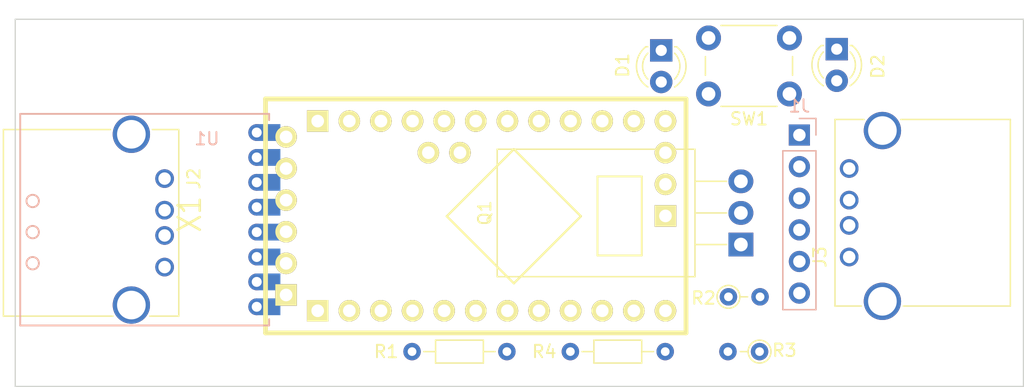
<source format=kicad_pcb>
(kicad_pcb (version 20171130) (host pcbnew "(5.1.5-0-10_14)")

  (general
    (thickness 1.6)
    (drawings 4)
    (tracks 0)
    (zones 0)
    (modules 13)
    (nets 42)
  )

  (page A4)
  (layers
    (0 F.Cu signal)
    (31 B.Cu signal)
    (32 B.Adhes user)
    (33 F.Adhes user)
    (34 B.Paste user)
    (35 F.Paste user)
    (36 B.SilkS user)
    (37 F.SilkS user)
    (38 B.Mask user)
    (39 F.Mask user)
    (40 Dwgs.User user)
    (41 Cmts.User user)
    (42 Eco1.User user)
    (43 Eco2.User user)
    (44 Edge.Cuts user)
    (45 Margin user)
    (46 B.CrtYd user)
    (47 F.CrtYd user)
    (48 B.Fab user)
    (49 F.Fab user)
  )

  (setup
    (last_trace_width 0.25)
    (trace_clearance 0.2)
    (zone_clearance 0.508)
    (zone_45_only no)
    (trace_min 0.2)
    (via_size 0.8)
    (via_drill 0.4)
    (via_min_size 0.4)
    (via_min_drill 0.3)
    (uvia_size 0.3)
    (uvia_drill 0.1)
    (uvias_allowed no)
    (uvia_min_size 0.2)
    (uvia_min_drill 0.1)
    (edge_width 0.05)
    (segment_width 0.2)
    (pcb_text_width 0.3)
    (pcb_text_size 1.5 1.5)
    (mod_edge_width 0.12)
    (mod_text_size 1 1)
    (mod_text_width 0.15)
    (pad_size 1.524 1.524)
    (pad_drill 0.762)
    (pad_to_mask_clearance 0.051)
    (solder_mask_min_width 0.25)
    (aux_axis_origin 0 0)
    (visible_elements FFFFFF7F)
    (pcbplotparams
      (layerselection 0x010fc_ffffffff)
      (usegerberextensions false)
      (usegerberattributes false)
      (usegerberadvancedattributes false)
      (creategerberjobfile false)
      (excludeedgelayer true)
      (linewidth 0.100000)
      (plotframeref false)
      (viasonmask false)
      (mode 1)
      (useauxorigin false)
      (hpglpennumber 1)
      (hpglpenspeed 20)
      (hpglpendiameter 15.000000)
      (psnegative false)
      (psa4output false)
      (plotreference true)
      (plotvalue true)
      (plotinvisibletext false)
      (padsonsilk false)
      (subtractmaskfromsilk false)
      (outputformat 1)
      (mirror false)
      (drillshape 1)
      (scaleselection 1)
      (outputdirectory ""))
  )

  (net 0 "")
  (net 1 "Net-(X1-Pad3B)")
  (net 2 "Net-(X1-Pad2B)")
  (net 3 "Net-(X1-Pad6C)")
  (net 4 "Net-(X1-Pad5C)")
  (net 5 "Net-(X1-Pad4C)")
  (net 6 "Net-(X1-Pad3C)")
  (net 7 "Net-(X1-Pad2C)")
  (net 8 "Net-(X1-Pad1C)")
  (net 9 "Net-(X1-Pad6A)")
  (net 10 "Net-(X1-Pad5A)")
  (net 11 "Net-(X1-Pad7A)")
  (net 12 "Net-(X1-Pad8A)")
  (net 13 "Net-(X1-Pad3A)")
  (net 14 "Net-(X1-Pad2D)")
  (net 15 "Net-(X1-Pad1D)")
  (net 16 "Net-(X1-Pad3D)")
  (net 17 "Net-(X1-Pad8D)")
  (net 18 "Net-(X1-Pad6D)")
  (net 19 "Net-(X1-Pad10D)")
  (net 20 "Net-(X1-Pad12D)")
  (net 21 "Net-(J2-Pad3)")
  (net 22 "Net-(J2-Pad2)")
  (net 23 "Net-(D1-Pad2)")
  (net 24 GND)
  (net 25 +5V)
  (net 26 FET_S)
  (net 27 SDA)
  (net 28 SCL)
  (net 29 +3V3)
  (net 30 FET_D)
  (net 31 FET_G)
  (net 32 "Net-(SW1-Pad1)")
  (net 33 CS)
  (net 34 MOSI)
  (net 35 SCK)
  (net 36 MISO)
  (net 37 "Net-(U1-Pad6)")
  (net 38 GDO0)
  (net 39 "Net-(D2-Pad2)")
  (net 40 "Net-(R1-Pad1)")
  (net 41 "Net-(Q1-Pad1)")

  (net_class Default "Dies ist die voreingestellte Netzklasse."
    (clearance 0.2)
    (trace_width 0.25)
    (via_dia 0.8)
    (via_drill 0.4)
    (uvia_dia 0.3)
    (uvia_drill 0.1)
    (add_net +3V3)
    (add_net CS)
    (add_net FET_G)
    (add_net GDO0)
    (add_net GND)
    (add_net MISO)
    (add_net MOSI)
    (add_net "Net-(D1-Pad2)")
    (add_net "Net-(D2-Pad2)")
    (add_net "Net-(J2-Pad2)")
    (add_net "Net-(J2-Pad3)")
    (add_net "Net-(Q1-Pad1)")
    (add_net "Net-(R1-Pad1)")
    (add_net "Net-(SW1-Pad1)")
    (add_net "Net-(U1-Pad6)")
    (add_net "Net-(X1-Pad10D)")
    (add_net "Net-(X1-Pad12D)")
    (add_net "Net-(X1-Pad1C)")
    (add_net "Net-(X1-Pad1D)")
    (add_net "Net-(X1-Pad2B)")
    (add_net "Net-(X1-Pad2C)")
    (add_net "Net-(X1-Pad2D)")
    (add_net "Net-(X1-Pad3A)")
    (add_net "Net-(X1-Pad3B)")
    (add_net "Net-(X1-Pad3C)")
    (add_net "Net-(X1-Pad3D)")
    (add_net "Net-(X1-Pad4C)")
    (add_net "Net-(X1-Pad5A)")
    (add_net "Net-(X1-Pad5C)")
    (add_net "Net-(X1-Pad6A)")
    (add_net "Net-(X1-Pad6C)")
    (add_net "Net-(X1-Pad6D)")
    (add_net "Net-(X1-Pad7A)")
    (add_net "Net-(X1-Pad8A)")
    (add_net "Net-(X1-Pad8D)")
    (add_net SCK)
    (add_net SCL)
    (add_net SDA)
  )

  (net_class 0.4 ""
    (clearance 0.2)
    (trace_width 0.4)
    (via_dia 0.8)
    (via_drill 0.4)
    (uvia_dia 0.3)
    (uvia_drill 0.1)
    (add_net +5V)
    (add_net FET_D)
    (add_net FET_S)
  )

  (module Resistor_THT:R_Axial_DIN0204_L3.6mm_D1.6mm_P7.62mm_Horizontal (layer F.Cu) (tedit 5AE5139B) (tstamp 6047B76C)
    (at 66.6 93.6)
    (descr "Resistor, Axial_DIN0204 series, Axial, Horizontal, pin pitch=7.62mm, 0.167W, length*diameter=3.6*1.6mm^2, http://cdn-reichelt.de/documents/datenblatt/B400/1_4W%23YAG.pdf")
    (tags "Resistor Axial_DIN0204 series Axial Horizontal pin pitch 7.62mm 0.167W length 3.6mm diameter 1.6mm")
    (path /60472763)
    (fp_text reference R4 (at -2.1 0) (layer F.SilkS)
      (effects (font (size 1 1) (thickness 0.15)))
    )
    (fp_text value 330 (at 3.81 1.92) (layer F.Fab)
      (effects (font (size 1 1) (thickness 0.15)))
    )
    (fp_text user %R (at 3.81 0) (layer F.Fab)
      (effects (font (size 0.72 0.72) (thickness 0.108)))
    )
    (fp_line (start 8.57 -1.05) (end -0.95 -1.05) (layer F.CrtYd) (width 0.05))
    (fp_line (start 8.57 1.05) (end 8.57 -1.05) (layer F.CrtYd) (width 0.05))
    (fp_line (start -0.95 1.05) (end 8.57 1.05) (layer F.CrtYd) (width 0.05))
    (fp_line (start -0.95 -1.05) (end -0.95 1.05) (layer F.CrtYd) (width 0.05))
    (fp_line (start 6.68 0) (end 5.73 0) (layer F.SilkS) (width 0.12))
    (fp_line (start 0.94 0) (end 1.89 0) (layer F.SilkS) (width 0.12))
    (fp_line (start 5.73 -0.92) (end 1.89 -0.92) (layer F.SilkS) (width 0.12))
    (fp_line (start 5.73 0.92) (end 5.73 -0.92) (layer F.SilkS) (width 0.12))
    (fp_line (start 1.89 0.92) (end 5.73 0.92) (layer F.SilkS) (width 0.12))
    (fp_line (start 1.89 -0.92) (end 1.89 0.92) (layer F.SilkS) (width 0.12))
    (fp_line (start 7.62 0) (end 5.61 0) (layer F.Fab) (width 0.1))
    (fp_line (start 0 0) (end 2.01 0) (layer F.Fab) (width 0.1))
    (fp_line (start 5.61 -0.8) (end 2.01 -0.8) (layer F.Fab) (width 0.1))
    (fp_line (start 5.61 0.8) (end 5.61 -0.8) (layer F.Fab) (width 0.1))
    (fp_line (start 2.01 0.8) (end 5.61 0.8) (layer F.Fab) (width 0.1))
    (fp_line (start 2.01 -0.8) (end 2.01 0.8) (layer F.Fab) (width 0.1))
    (pad 2 thru_hole oval (at 7.62 0) (size 1.4 1.4) (drill 0.7) (layers *.Cu *.Mask)
      (net 39 "Net-(D2-Pad2)"))
    (pad 1 thru_hole circle (at 0 0) (size 1.4 1.4) (drill 0.7) (layers *.Cu *.Mask)
      (net 31 FET_G))
    (model ${KISYS3DMOD}/Resistor_THT.3dshapes/R_Axial_DIN0204_L3.6mm_D1.6mm_P7.62mm_Horizontal.wrl
      (at (xyz 0 0 0))
      (scale (xyz 1 1 1))
      (rotate (xyz 0 0 0))
    )
  )

  (module Resistor_THT:R_Axial_DIN0204_L3.6mm_D1.6mm_P7.62mm_Horizontal (layer F.Cu) (tedit 5AE5139B) (tstamp 60472715)
    (at 61.5 93.6 180)
    (descr "Resistor, Axial_DIN0204 series, Axial, Horizontal, pin pitch=7.62mm, 0.167W, length*diameter=3.6*1.6mm^2, http://cdn-reichelt.de/documents/datenblatt/B400/1_4W%23YAG.pdf")
    (tags "Resistor Axial_DIN0204 series Axial Horizontal pin pitch 7.62mm 0.167W length 3.6mm diameter 1.6mm")
    (path /60476ACA)
    (fp_text reference R1 (at 9.7 0) (layer F.SilkS)
      (effects (font (size 1 1) (thickness 0.15)))
    )
    (fp_text value 330 (at 3.81 1.92) (layer F.Fab)
      (effects (font (size 1 1) (thickness 0.15)))
    )
    (fp_text user %R (at 3.81 0) (layer F.Fab)
      (effects (font (size 0.72 0.72) (thickness 0.108)))
    )
    (fp_line (start 8.57 -1.05) (end -0.95 -1.05) (layer F.CrtYd) (width 0.05))
    (fp_line (start 8.57 1.05) (end 8.57 -1.05) (layer F.CrtYd) (width 0.05))
    (fp_line (start -0.95 1.05) (end 8.57 1.05) (layer F.CrtYd) (width 0.05))
    (fp_line (start -0.95 -1.05) (end -0.95 1.05) (layer F.CrtYd) (width 0.05))
    (fp_line (start 6.68 0) (end 5.73 0) (layer F.SilkS) (width 0.12))
    (fp_line (start 0.94 0) (end 1.89 0) (layer F.SilkS) (width 0.12))
    (fp_line (start 5.73 -0.92) (end 1.89 -0.92) (layer F.SilkS) (width 0.12))
    (fp_line (start 5.73 0.92) (end 5.73 -0.92) (layer F.SilkS) (width 0.12))
    (fp_line (start 1.89 0.92) (end 5.73 0.92) (layer F.SilkS) (width 0.12))
    (fp_line (start 1.89 -0.92) (end 1.89 0.92) (layer F.SilkS) (width 0.12))
    (fp_line (start 7.62 0) (end 5.61 0) (layer F.Fab) (width 0.1))
    (fp_line (start 0 0) (end 2.01 0) (layer F.Fab) (width 0.1))
    (fp_line (start 5.61 -0.8) (end 2.01 -0.8) (layer F.Fab) (width 0.1))
    (fp_line (start 5.61 0.8) (end 5.61 -0.8) (layer F.Fab) (width 0.1))
    (fp_line (start 2.01 0.8) (end 5.61 0.8) (layer F.Fab) (width 0.1))
    (fp_line (start 2.01 -0.8) (end 2.01 0.8) (layer F.Fab) (width 0.1))
    (pad 2 thru_hole oval (at 7.62 0 180) (size 1.4 1.4) (drill 0.7) (layers *.Cu *.Mask)
      (net 23 "Net-(D1-Pad2)"))
    (pad 1 thru_hole circle (at 0 0 180) (size 1.4 1.4) (drill 0.7) (layers *.Cu *.Mask)
      (net 40 "Net-(R1-Pad1)"))
    (model ${KISYS3DMOD}/Resistor_THT.3dshapes/R_Axial_DIN0204_L3.6mm_D1.6mm_P7.62mm_Horizontal.wrl
      (at (xyz 0 0 0))
      (scale (xyz 1 1 1))
      (rotate (xyz 0 0 0))
    )
  )

  (module LED_THT:LED_D3.0mm (layer F.Cu) (tedit 587A3A7B) (tstamp 604725CA)
    (at 88 69.3 270)
    (descr "LED, diameter 3.0mm, 2 pins")
    (tags "LED diameter 3.0mm 2 pins")
    (path /60472B59)
    (fp_text reference D2 (at 1.4 -3.3 90) (layer F.SilkS)
      (effects (font (size 1 1) (thickness 0.15)))
    )
    (fp_text value LED (at 1.27 2.96 90) (layer F.Fab)
      (effects (font (size 1 1) (thickness 0.15)))
    )
    (fp_line (start 3.7 -2.25) (end -1.15 -2.25) (layer F.CrtYd) (width 0.05))
    (fp_line (start 3.7 2.25) (end 3.7 -2.25) (layer F.CrtYd) (width 0.05))
    (fp_line (start -1.15 2.25) (end 3.7 2.25) (layer F.CrtYd) (width 0.05))
    (fp_line (start -1.15 -2.25) (end -1.15 2.25) (layer F.CrtYd) (width 0.05))
    (fp_line (start -0.29 1.08) (end -0.29 1.236) (layer F.SilkS) (width 0.12))
    (fp_line (start -0.29 -1.236) (end -0.29 -1.08) (layer F.SilkS) (width 0.12))
    (fp_line (start -0.23 -1.16619) (end -0.23 1.16619) (layer F.Fab) (width 0.1))
    (fp_circle (center 1.27 0) (end 2.77 0) (layer F.Fab) (width 0.1))
    (fp_arc (start 1.27 0) (end 0.229039 1.08) (angle -87.9) (layer F.SilkS) (width 0.12))
    (fp_arc (start 1.27 0) (end 0.229039 -1.08) (angle 87.9) (layer F.SilkS) (width 0.12))
    (fp_arc (start 1.27 0) (end -0.29 1.235516) (angle -108.8) (layer F.SilkS) (width 0.12))
    (fp_arc (start 1.27 0) (end -0.29 -1.235516) (angle 108.8) (layer F.SilkS) (width 0.12))
    (fp_arc (start 1.27 0) (end -0.23 -1.16619) (angle 284.3) (layer F.Fab) (width 0.1))
    (pad 2 thru_hole circle (at 2.54 0 270) (size 1.8 1.8) (drill 0.9) (layers *.Cu *.Mask)
      (net 39 "Net-(D2-Pad2)"))
    (pad 1 thru_hole rect (at 0 0 270) (size 1.8 1.8) (drill 0.9) (layers *.Cu *.Mask)
      (net 24 GND))
    (model ${KISYS3DMOD}/LED_THT.3dshapes/LED_D3.0mm.wrl
      (at (xyz 0 0 0))
      (scale (xyz 1 1 1))
      (rotate (xyz 0 0 0))
    )
  )

  (module Package_TO_SOT_THT:TO-220-3_Horizontal_TabDown (layer F.Cu) (tedit 5AC8BA0D) (tstamp 6047AB9B)
    (at 80.3 85 90)
    (descr "TO-220-3, Horizontal, RM 2.54mm, see https://www.vishay.com/docs/66542/to-220-1.pdf")
    (tags "TO-220-3 Horizontal RM 2.54mm")
    (path /6047D3E5)
    (fp_text reference Q1 (at 2.54 -20.58 90) (layer F.SilkS)
      (effects (font (size 1 1) (thickness 0.15)))
    )
    (fp_text value IRLML9303 (at 2.54 2 90) (layer F.Fab)
      (effects (font (size 1 1) (thickness 0.15)))
    )
    (fp_text user %R (at 2.54 -20.58 90) (layer F.Fab)
      (effects (font (size 1 1) (thickness 0.15)))
    )
    (fp_line (start 7.79 -19.71) (end -2.71 -19.71) (layer F.CrtYd) (width 0.05))
    (fp_line (start 7.79 1.25) (end 7.79 -19.71) (layer F.CrtYd) (width 0.05))
    (fp_line (start -2.71 1.25) (end 7.79 1.25) (layer F.CrtYd) (width 0.05))
    (fp_line (start -2.71 -19.71) (end -2.71 1.25) (layer F.CrtYd) (width 0.05))
    (fp_line (start 5.08 -3.69) (end 5.08 -1.15) (layer F.SilkS) (width 0.12))
    (fp_line (start 2.54 -3.69) (end 2.54 -1.15) (layer F.SilkS) (width 0.12))
    (fp_line (start 0 -3.69) (end 0 -1.15) (layer F.SilkS) (width 0.12))
    (fp_line (start 7.66 -19.58) (end 7.66 -3.69) (layer F.SilkS) (width 0.12))
    (fp_line (start -2.58 -19.58) (end -2.58 -3.69) (layer F.SilkS) (width 0.12))
    (fp_line (start -2.58 -19.58) (end 7.66 -19.58) (layer F.SilkS) (width 0.12))
    (fp_line (start -2.58 -3.69) (end 7.66 -3.69) (layer F.SilkS) (width 0.12))
    (fp_line (start 5.08 -3.81) (end 5.08 0) (layer F.Fab) (width 0.1))
    (fp_line (start 2.54 -3.81) (end 2.54 0) (layer F.Fab) (width 0.1))
    (fp_line (start 0 -3.81) (end 0 0) (layer F.Fab) (width 0.1))
    (fp_line (start 7.54 -3.81) (end -2.46 -3.81) (layer F.Fab) (width 0.1))
    (fp_line (start 7.54 -13.06) (end 7.54 -3.81) (layer F.Fab) (width 0.1))
    (fp_line (start -2.46 -13.06) (end 7.54 -13.06) (layer F.Fab) (width 0.1))
    (fp_line (start -2.46 -3.81) (end -2.46 -13.06) (layer F.Fab) (width 0.1))
    (fp_line (start 7.54 -13.06) (end -2.46 -13.06) (layer F.Fab) (width 0.1))
    (fp_line (start 7.54 -19.46) (end 7.54 -13.06) (layer F.Fab) (width 0.1))
    (fp_line (start -2.46 -19.46) (end 7.54 -19.46) (layer F.Fab) (width 0.1))
    (fp_line (start -2.46 -13.06) (end -2.46 -19.46) (layer F.Fab) (width 0.1))
    (fp_circle (center 2.54 -16.66) (end 4.39 -16.66) (layer F.Fab) (width 0.1))
    (pad 3 thru_hole oval (at 5.08 0 90) (size 1.905 2) (drill 1.1) (layers *.Cu *.Mask)
      (net 30 FET_D))
    (pad 2 thru_hole oval (at 2.54 0 90) (size 1.905 2) (drill 1.1) (layers *.Cu *.Mask)
      (net 26 FET_S))
    (pad 1 thru_hole rect (at 0 0 90) (size 1.905 2) (drill 1.1) (layers *.Cu *.Mask)
      (net 41 "Net-(Q1-Pad1)"))
    (pad "" np_thru_hole oval (at 2.54 -16.66 90) (size 3.5 3.5) (drill 3.5) (layers *.Cu *.Mask))
    (model ${KISYS3DMOD}/Package_TO_SOT_THT.3dshapes/TO-220-3_Horizontal_TabDown.wrl
      (at (xyz 0 0 0))
      (scale (xyz 1 1 1))
      (rotate (xyz 0 0 0))
    )
  )

  (module Resistor_THT:R_Axial_DIN0204_L3.6mm_D1.6mm_P2.54mm_Vertical (layer F.Cu) (tedit 5AE5139B) (tstamp 60453B67)
    (at 81.8 93.6 180)
    (descr "Resistor, Axial_DIN0204 series, Axial, Vertical, pin pitch=2.54mm, 0.167W, length*diameter=3.6*1.6mm^2, http://cdn-reichelt.de/documents/datenblatt/B400/1_4W%23YAG.pdf")
    (tags "Resistor Axial_DIN0204 series Axial Vertical pin pitch 2.54mm 0.167W length 3.6mm diameter 1.6mm")
    (path /6047DCF9)
    (fp_text reference R3 (at -2 0.1) (layer F.SilkS)
      (effects (font (size 1 1) (thickness 0.15)))
    )
    (fp_text value 1k (at 1.27 1.92) (layer F.Fab)
      (effects (font (size 1 1) (thickness 0.15)))
    )
    (fp_text user %R (at 1.27 -1.92) (layer F.Fab)
      (effects (font (size 1 1) (thickness 0.15)))
    )
    (fp_line (start 3.49 -1.05) (end -1.05 -1.05) (layer F.CrtYd) (width 0.05))
    (fp_line (start 3.49 1.05) (end 3.49 -1.05) (layer F.CrtYd) (width 0.05))
    (fp_line (start -1.05 1.05) (end 3.49 1.05) (layer F.CrtYd) (width 0.05))
    (fp_line (start -1.05 -1.05) (end -1.05 1.05) (layer F.CrtYd) (width 0.05))
    (fp_line (start 0.92 0) (end 1.54 0) (layer F.SilkS) (width 0.12))
    (fp_line (start 0 0) (end 2.54 0) (layer F.Fab) (width 0.1))
    (fp_circle (center 0 0) (end 0.92 0) (layer F.SilkS) (width 0.12))
    (fp_circle (center 0 0) (end 0.8 0) (layer F.Fab) (width 0.1))
    (pad 2 thru_hole oval (at 2.54 0 180) (size 1.4 1.4) (drill 0.7) (layers *.Cu *.Mask)
      (net 41 "Net-(Q1-Pad1)"))
    (pad 1 thru_hole circle (at 0 0 180) (size 1.4 1.4) (drill 0.7) (layers *.Cu *.Mask)
      (net 31 FET_G))
    (model ${KISYS3DMOD}/Resistor_THT.3dshapes/R_Axial_DIN0204_L3.6mm_D1.6mm_P2.54mm_Vertical.wrl
      (at (xyz 0 0 0))
      (scale (xyz 1 1 1))
      (rotate (xyz 0 0 0))
    )
  )

  (module Resistor_THT:R_Axial_DIN0204_L3.6mm_D1.6mm_P2.54mm_Vertical (layer F.Cu) (tedit 5AE5139B) (tstamp 604598AE)
    (at 79.3 89.2)
    (descr "Resistor, Axial_DIN0204 series, Axial, Vertical, pin pitch=2.54mm, 0.167W, length*diameter=3.6*1.6mm^2, http://cdn-reichelt.de/documents/datenblatt/B400/1_4W%23YAG.pdf")
    (tags "Resistor Axial_DIN0204 series Axial Vertical pin pitch 2.54mm 0.167W length 3.6mm diameter 1.6mm")
    (path /60490137)
    (fp_text reference R2 (at -2 0.1) (layer F.SilkS)
      (effects (font (size 1 1) (thickness 0.15)))
    )
    (fp_text value 100k (at 1.27 1.92) (layer F.Fab)
      (effects (font (size 1 1) (thickness 0.15)))
    )
    (fp_text user %R (at 1.27 -1.92) (layer F.Fab)
      (effects (font (size 1 1) (thickness 0.15)))
    )
    (fp_line (start 3.49 -1.05) (end -1.05 -1.05) (layer F.CrtYd) (width 0.05))
    (fp_line (start 3.49 1.05) (end 3.49 -1.05) (layer F.CrtYd) (width 0.05))
    (fp_line (start -1.05 1.05) (end 3.49 1.05) (layer F.CrtYd) (width 0.05))
    (fp_line (start -1.05 -1.05) (end -1.05 1.05) (layer F.CrtYd) (width 0.05))
    (fp_line (start 0.92 0) (end 1.54 0) (layer F.SilkS) (width 0.12))
    (fp_line (start 0 0) (end 2.54 0) (layer F.Fab) (width 0.1))
    (fp_circle (center 0 0) (end 0.92 0) (layer F.SilkS) (width 0.12))
    (fp_circle (center 0 0) (end 0.8 0) (layer F.Fab) (width 0.1))
    (pad 2 thru_hole oval (at 2.54 0) (size 1.4 1.4) (drill 0.7) (layers *.Cu *.Mask)
      (net 26 FET_S))
    (pad 1 thru_hole circle (at 0 0) (size 1.4 1.4) (drill 0.7) (layers *.Cu *.Mask)
      (net 41 "Net-(Q1-Pad1)"))
    (model ${KISYS3DMOD}/Resistor_THT.3dshapes/R_Axial_DIN0204_L3.6mm_D1.6mm_P2.54mm_Vertical.wrl
      (at (xyz 0 0 0))
      (scale (xyz 1 1 1))
      (rotate (xyz 0 0 0))
    )
  )

  (module Connectors:USB_A (layer F.Cu) (tedit 5543E289) (tstamp 6047639F)
    (at 34 79.7 270)
    (descr "USB A connector")
    (tags "USB USB_A")
    (path /60475AF0)
    (fp_text reference J2 (at 0 -2.35 90) (layer F.SilkS)
      (effects (font (size 1 1) (thickness 0.15)))
    )
    (fp_text value USB_A (at 3.84 7.44 90) (layer F.Fab)
      (effects (font (size 1 1) (thickness 0.15)))
    )
    (fp_line (start -5.3 13.2) (end -5.3 -1.4) (layer F.CrtYd) (width 0.05))
    (fp_line (start 11.95 -1.4) (end 11.95 13.2) (layer F.CrtYd) (width 0.05))
    (fp_line (start -5.3 13.2) (end 11.95 13.2) (layer F.CrtYd) (width 0.05))
    (fp_line (start -5.3 -1.4) (end 11.95 -1.4) (layer F.CrtYd) (width 0.05))
    (fp_line (start 11.05 -1.14) (end 11.05 1.19) (layer F.SilkS) (width 0.12))
    (fp_line (start -3.94 -1.14) (end -3.94 0.98) (layer F.SilkS) (width 0.12))
    (fp_line (start 11.05 -1.14) (end -3.94 -1.14) (layer F.SilkS) (width 0.12))
    (fp_line (start 11.05 12.95) (end -3.94 12.95) (layer F.SilkS) (width 0.12))
    (fp_line (start 11.05 4.15) (end 11.05 12.95) (layer F.SilkS) (width 0.12))
    (fp_line (start -3.94 4.35) (end -3.94 12.95) (layer F.SilkS) (width 0.12))
    (pad 4 thru_hole circle (at 7.11 0 180) (size 1.5 1.5) (drill 1) (layers *.Cu *.Mask)
      (net 24 GND))
    (pad 3 thru_hole circle (at 4.57 0 180) (size 1.5 1.5) (drill 1) (layers *.Cu *.Mask)
      (net 21 "Net-(J2-Pad3)"))
    (pad 2 thru_hole circle (at 2.54 0 180) (size 1.5 1.5) (drill 1) (layers *.Cu *.Mask)
      (net 22 "Net-(J2-Pad2)"))
    (pad 1 thru_hole circle (at 0 0 180) (size 1.5 1.5) (drill 1) (layers *.Cu *.Mask)
      (net 25 +5V))
    (pad 5 thru_hole circle (at 10.16 2.67 180) (size 3 3) (drill 2.3) (layers *.Cu *.Mask)
      (net 24 GND))
    (pad 5 thru_hole circle (at -3.56 2.67 180) (size 3 3) (drill 2.3) (layers *.Cu *.Mask)
      (net 24 GND))
    (model ${KIPRJMOD}/additional/usb-male.stp
      (offset (xyz 3.5 2 2))
      (scale (xyz 1 1 1))
      (rotate (xyz -90 0 0))
    )
  )

  (module additional:Arduino_Pro_Mini (layer F.Cu) (tedit 60452F6E) (tstamp 6047AC0B)
    (at 59 82.7 90)
    (descr "Arduino Pro Mini")
    (tags "Arduino Pro Mini")
    (path /60452465)
    (fp_text reference X1 (at 0.127 -22.987 90) (layer F.SilkS)
      (effects (font (size 1.778 1.524) (thickness 0.2032)))
    )
    (fp_text value Arduino_Pro_Mini (at 0 -11.557 270) (layer F.Fab)
      (effects (font (size 1.016 1.016) (thickness 0.1016)))
    )
    (fp_line (start -9.398 16.891) (end -9.398 -16.891) (layer F.SilkS) (width 0.381))
    (fp_line (start 9.398 16.891) (end -9.398 16.891) (layer F.SilkS) (width 0.381))
    (fp_line (start 9.398 -16.891) (end 9.398 16.891) (layer F.SilkS) (width 0.381))
    (fp_line (start -9.398 -16.891) (end 9.398 -16.891) (layer F.SilkS) (width 0.381))
    (fp_line (start -5.414456 3.058895) (end -0.026303 8.447049) (layer F.SilkS) (width 0.1778))
    (fp_line (start -0.026303 8.447049) (end 5.361851 3.058895) (layer F.SilkS) (width 0.1778))
    (fp_line (start -0.026303 -2.329259) (end 5.361851 3.058895) (layer F.SilkS) (width 0.1778))
    (fp_line (start -5.414456 3.058895) (end -0.026303 -2.329259) (layer F.SilkS) (width 0.1778))
    (fp_line (start -3.175 9.779) (end -3.175 13.335) (layer F.SilkS) (width 0.1524))
    (fp_line (start -3.175 13.335) (end 3.175 13.335) (layer F.SilkS) (width 0.1524))
    (fp_line (start 3.175 9.779) (end 3.175 13.335) (layer F.SilkS) (width 0.1524))
    (fp_line (start 3.175 9.779) (end -3.175 9.779) (layer F.SilkS) (width 0.1524))
    (pad 12A thru_hole circle (at 7.62 15.24 90) (size 1.7272 1.7272) (drill 1.016) (layers *.Cu *.Mask F.SilkS)
      (net 33 CS))
    (pad 3B thru_hole circle (at 5.08 15.24 90) (size 1.7272 1.7272) (drill 1.016) (layers *.Cu *.Mask F.SilkS)
      (net 1 "Net-(X1-Pad3B)"))
    (pad 2B thru_hole circle (at 2.54 15.24 90) (size 1.7272 1.7272) (drill 1.016) (layers *.Cu *.Mask F.SilkS)
      (net 2 "Net-(X1-Pad2B)"))
    (pad 1B thru_hole rect (at 0 15.24 90) (size 1.7272 1.7272) (drill 1.016) (layers *.Cu *.Mask F.SilkS)
      (net 24 GND))
    (pad 6C thru_hole circle (at 6.35 -15.24 90) (size 1.7272 1.7272) (drill 1.016) (layers *.Cu *.Mask F.SilkS)
      (net 3 "Net-(X1-Pad6C)"))
    (pad 5C thru_hole circle (at 3.81 -15.24 90) (size 1.7272 1.7272) (drill 1.016) (layers *.Cu *.Mask F.SilkS)
      (net 4 "Net-(X1-Pad5C)"))
    (pad 4C thru_hole circle (at 1.27 -15.24 90) (size 1.7272 1.7272) (drill 1.016) (layers *.Cu *.Mask F.SilkS)
      (net 5 "Net-(X1-Pad4C)"))
    (pad 3C thru_hole circle (at -1.27 -15.24 90) (size 1.7272 1.7272) (drill 1.016) (layers *.Cu *.Mask F.SilkS)
      (net 6 "Net-(X1-Pad3C)"))
    (pad 2C thru_hole circle (at -3.81 -15.24 90) (size 1.7272 1.7272) (drill 1.016) (layers *.Cu *.Mask F.SilkS)
      (net 7 "Net-(X1-Pad2C)"))
    (pad 1C thru_hole rect (at -6.35 -15.24 90) (size 1.7272 1.7272) (drill 1.016) (layers *.Cu *.Mask F.SilkS)
      (net 8 "Net-(X1-Pad1C)"))
    (pad 11A thru_hole circle (at 7.62 12.7 90) (size 1.7272 1.7272) (drill 1.016) (layers *.Cu *.Mask F.SilkS)
      (net 34 MOSI))
    (pad 9A thru_hole circle (at 7.62 7.62 90) (size 1.7272 1.7272) (drill 1.016) (layers *.Cu *.Mask F.SilkS)
      (net 35 SCK))
    (pad 10A thru_hole circle (at 7.62 10.16 90) (size 1.7272 1.7272) (drill 1.016) (layers *.Cu *.Mask F.SilkS)
      (net 36 MISO))
    (pad 6A thru_hole circle (at 7.62 0 90) (size 1.7272 1.7272) (drill 1.016) (layers *.Cu *.Mask F.SilkS)
      (net 9 "Net-(X1-Pad6A)"))
    (pad 5A thru_hole circle (at 7.62 -2.54 90) (size 1.7272 1.7272) (drill 1.016) (layers *.Cu *.Mask F.SilkS)
      (net 10 "Net-(X1-Pad5A)"))
    (pad 7A thru_hole circle (at 7.62 2.54 90) (size 1.7272 1.7272) (drill 1.016) (layers *.Cu *.Mask F.SilkS)
      (net 11 "Net-(X1-Pad7A)"))
    (pad 8A thru_hole circle (at 7.62 5.08 90) (size 1.7272 1.7272) (drill 1.016) (layers *.Cu *.Mask F.SilkS)
      (net 12 "Net-(X1-Pad8A)"))
    (pad 4A thru_hole circle (at 7.62 -5.08 90) (size 1.7272 1.7272) (drill 1.016) (layers *.Cu *.Mask F.SilkS)
      (net 29 +3V3))
    (pad 3A thru_hole circle (at 7.62 -7.62 90) (size 1.7272 1.7272) (drill 1.016) (layers *.Cu *.Mask F.SilkS)
      (net 13 "Net-(X1-Pad3A)"))
    (pad 1A thru_hole rect (at 7.62 -12.7 90) (size 1.7272 1.7272) (drill 1.016) (layers *.Cu *.Mask F.SilkS)
      (net 25 +5V))
    (pad 2A thru_hole circle (at 7.62 -10.16 90) (size 1.7272 1.7272) (drill 1.016) (layers *.Cu *.Mask F.SilkS)
      (net 24 GND))
    (pad 2D thru_hole circle (at -7.62 -10.16 90) (size 1.7272 1.7272) (drill 1.016) (layers *.Cu *.Mask F.SilkS)
      (net 14 "Net-(X1-Pad2D)"))
    (pad 1D thru_hole rect (at -7.62 -12.7 90) (size 1.7272 1.7272) (drill 1.016) (layers *.Cu *.Mask F.SilkS)
      (net 15 "Net-(X1-Pad1D)"))
    (pad 3D thru_hole circle (at -7.62 -7.62 90) (size 1.7272 1.7272) (drill 1.016) (layers *.Cu *.Mask F.SilkS)
      (net 16 "Net-(X1-Pad3D)"))
    (pad 4D thru_hole circle (at -7.62 -5.08 90) (size 1.7272 1.7272) (drill 1.016) (layers *.Cu *.Mask F.SilkS)
      (net 24 GND))
    (pad 8D thru_hole circle (at -7.62 5.08 90) (size 1.7272 1.7272) (drill 1.016) (layers *.Cu *.Mask F.SilkS)
      (net 17 "Net-(X1-Pad8D)"))
    (pad 7D thru_hole circle (at -7.62 2.54 90) (size 1.7272 1.7272) (drill 1.016) (layers *.Cu *.Mask F.SilkS)
      (net 40 "Net-(R1-Pad1)"))
    (pad 5D thru_hole circle (at -7.62 -2.54 90) (size 1.7272 1.7272) (drill 1.016) (layers *.Cu *.Mask F.SilkS)
      (net 38 GDO0))
    (pad 6D thru_hole circle (at -7.62 0 90) (size 1.7272 1.7272) (drill 1.016) (layers *.Cu *.Mask F.SilkS)
      (net 18 "Net-(X1-Pad6D)"))
    (pad 10D thru_hole circle (at -7.62 10.16 90) (size 1.7272 1.7272) (drill 1.016) (layers *.Cu *.Mask F.SilkS)
      (net 19 "Net-(X1-Pad10D)"))
    (pad 9D thru_hole circle (at -7.62 7.62 90) (size 1.7272 1.7272) (drill 1.016) (layers *.Cu *.Mask F.SilkS)
      (net 31 FET_G))
    (pad 11D thru_hole circle (at -7.62 12.7 90) (size 1.7272 1.7272) (drill 1.016) (layers *.Cu *.Mask F.SilkS)
      (net 32 "Net-(SW1-Pad1)"))
    (pad 12D thru_hole circle (at -7.62 15.24 90) (size 1.7272 1.7272) (drill 1.016) (layers *.Cu *.Mask F.SilkS)
      (net 20 "Net-(X1-Pad12D)"))
    (pad 5B thru_hole circle (at 5.08 -3.81 90) (size 1.7272 1.7272) (drill 1.016) (layers *.Cu *.Mask F.SilkS)
      (net 28 SCL))
    (pad 4B thru_hole circle (at 5.08 -1.27 90) (size 1.7272 1.7272) (drill 1.016) (layers *.Cu *.Mask F.SilkS)
      (net 27 SDA))
    (model ${KIPRJMOD}/additional/ProMini.stp
      (offset (xyz -2.7 -2 4.5))
      (scale (xyz 1 1 1))
      (rotate (xyz 0 -180 90))
    )
    (model ${KISYS3DMOD}/Connector_PinHeader_2.54mm.3dshapes/PinHeader_1x12_P2.54mm_Vertical.step
      (offset (xyz -7.5 12.7 0))
      (scale (xyz 1 1 1))
      (rotate (xyz 0 0 0))
    )
    (model ${KISYS3DMOD}/Connector_PinHeader_2.54mm.3dshapes/PinHeader_1x12_P2.54mm_Vertical.step
      (offset (xyz 7.7 12.7 0))
      (scale (xyz 1 1 1))
      (rotate (xyz 0 0 0))
    )
  )

  (module additional:CC1101 (layer B.Cu) (tedit 5AC3D4AC) (tstamp 60459900)
    (at 43.9 74.5 180)
    (path /60463C88)
    (fp_text reference U1 (at 6.5 -2) (layer B.SilkS)
      (effects (font (size 1 1) (thickness 0.15)) (justify mirror))
    )
    (fp_text value CC1101 (at 15.5 -15) (layer B.Fab)
      (effects (font (size 1 1) (thickness 0.15)) (justify mirror))
    )
    (fp_line (start 1.5 -17) (end 1.5 -16.5) (layer B.SilkS) (width 0.15))
    (fp_line (start 1.5 0) (end 1.5 -0.5) (layer B.SilkS) (width 0.15))
    (fp_circle (center 20.5 -12) (end 20.5 -12.5) (layer B.SilkS) (width 0.15))
    (fp_circle (center 20.5 -7) (end 20.5 -7.5) (layer B.SilkS) (width 0.15))
    (fp_circle (center 20.5 -9.5) (end 21 -9.5) (layer B.SilkS) (width 0.15))
    (fp_line (start 1.5 0) (end 21.5 0) (layer B.SilkS) (width 0.15))
    (fp_line (start 21.5 0) (end 21.5 -17) (layer B.SilkS) (width 0.15))
    (fp_line (start 21.5 -17) (end 1.5 -17) (layer B.SilkS) (width 0.15))
    (pad 8 thru_hole circle (at 2.5 -15.5 180) (size 1.35 1.35) (drill 0.8) (layers *.Cu *.Mask)
      (net 33 CS))
    (pad 8 connect rect (at 1.5 -15.5 180) (size 1.8 1.35) (layers B.Cu B.Mask)
      (net 33 CS))
    (pad 1 thru_hole circle (at 2.5 -1.5 180) (size 1.35 1.35) (drill 0.8) (layers *.Cu *.Mask)
      (net 29 +3V3))
    (pad 2 thru_hole circle (at 2.5 -3.5 180) (size 1.35 1.35) (drill 0.8) (layers *.Cu *.Mask)
      (net 24 GND))
    (pad 3 thru_hole circle (at 2.5 -5.5 180) (size 1.35 1.35) (drill 0.8) (layers *.Cu *.Mask)
      (net 34 MOSI))
    (pad 4 thru_hole circle (at 2.5 -7.5 180) (size 1.35 1.35) (drill 0.8) (layers *.Cu *.Mask)
      (net 35 SCK))
    (pad 5 thru_hole circle (at 2.5 -9.5 180) (size 1.35 1.35) (drill 0.8) (layers *.Cu *.Mask)
      (net 36 MISO))
    (pad 6 thru_hole circle (at 2.5 -11.5 180) (size 1.35 1.35) (drill 0.8) (layers *.Cu *.Mask)
      (net 37 "Net-(U1-Pad6)"))
    (pad 7 thru_hole circle (at 2.5 -13.5 180) (size 1.35 1.35) (drill 0.8) (layers *.Cu *.Mask)
      (net 38 GDO0))
    (pad 1 connect rect (at 1.5 -1.5 180) (size 1.8 1.35) (layers B.Cu B.Mask)
      (net 29 +3V3))
    (pad 2 connect rect (at 1.5 -3.5 180) (size 1.8 1.35) (layers B.Cu B.Mask)
      (net 24 GND))
    (pad 3 connect rect (at 1.5 -5.5 180) (size 1.8 1.35) (layers B.Cu B.Mask)
      (net 34 MOSI))
    (pad 4 connect rect (at 1.5 -7.5 180) (size 1.8 1.35) (layers B.Cu B.Mask)
      (net 35 SCK))
    (pad 5 connect rect (at 1.5 -9.5 180) (size 1.8 1.35) (layers B.Cu B.Mask)
      (net 36 MISO))
    (pad 6 connect rect (at 1.5 -11.5 180) (size 1.8 1.35) (layers B.Cu B.Mask)
      (net 37 "Net-(U1-Pad6)"))
    (pad 7 connect rect (at 1.5 -13.5 180) (size 1.8 1.35) (layers B.Cu B.Mask)
      (net 38 GDO0))
    (model ${KIPRJMOD}/additional/CC1101_Module.step
      (offset (xyz 1.3 0.5 0))
      (scale (xyz 1 1 1))
      (rotate (xyz 0 0 90))
    )
  )

  (module Button_Switch_THT:SW_PUSH_6mm_H5mm (layer F.Cu) (tedit 5A02FE31) (tstamp 604598E4)
    (at 84.2 72.9 180)
    (descr "tactile push button, 6x6mm e.g. PHAP33xx series, height=5mm")
    (tags "tact sw push 6mm")
    (path /604796B7)
    (fp_text reference SW1 (at 3.25 -2) (layer F.SilkS)
      (effects (font (size 1 1) (thickness 0.15)))
    )
    (fp_text value Config (at 3.75 6.7) (layer F.Fab)
      (effects (font (size 1 1) (thickness 0.15)))
    )
    (fp_circle (center 3.25 2.25) (end 1.25 2.5) (layer F.Fab) (width 0.1))
    (fp_line (start 6.75 3) (end 6.75 1.5) (layer F.SilkS) (width 0.12))
    (fp_line (start 5.5 -1) (end 1 -1) (layer F.SilkS) (width 0.12))
    (fp_line (start -0.25 1.5) (end -0.25 3) (layer F.SilkS) (width 0.12))
    (fp_line (start 1 5.5) (end 5.5 5.5) (layer F.SilkS) (width 0.12))
    (fp_line (start 8 -1.25) (end 8 5.75) (layer F.CrtYd) (width 0.05))
    (fp_line (start 7.75 6) (end -1.25 6) (layer F.CrtYd) (width 0.05))
    (fp_line (start -1.5 5.75) (end -1.5 -1.25) (layer F.CrtYd) (width 0.05))
    (fp_line (start -1.25 -1.5) (end 7.75 -1.5) (layer F.CrtYd) (width 0.05))
    (fp_line (start -1.5 6) (end -1.25 6) (layer F.CrtYd) (width 0.05))
    (fp_line (start -1.5 5.75) (end -1.5 6) (layer F.CrtYd) (width 0.05))
    (fp_line (start -1.5 -1.5) (end -1.25 -1.5) (layer F.CrtYd) (width 0.05))
    (fp_line (start -1.5 -1.25) (end -1.5 -1.5) (layer F.CrtYd) (width 0.05))
    (fp_line (start 8 -1.5) (end 8 -1.25) (layer F.CrtYd) (width 0.05))
    (fp_line (start 7.75 -1.5) (end 8 -1.5) (layer F.CrtYd) (width 0.05))
    (fp_line (start 8 6) (end 8 5.75) (layer F.CrtYd) (width 0.05))
    (fp_line (start 7.75 6) (end 8 6) (layer F.CrtYd) (width 0.05))
    (fp_line (start 0.25 -0.75) (end 3.25 -0.75) (layer F.Fab) (width 0.1))
    (fp_line (start 0.25 5.25) (end 0.25 -0.75) (layer F.Fab) (width 0.1))
    (fp_line (start 6.25 5.25) (end 0.25 5.25) (layer F.Fab) (width 0.1))
    (fp_line (start 6.25 -0.75) (end 6.25 5.25) (layer F.Fab) (width 0.1))
    (fp_line (start 3.25 -0.75) (end 6.25 -0.75) (layer F.Fab) (width 0.1))
    (fp_text user %R (at 3.25 2.25) (layer F.Fab)
      (effects (font (size 1 1) (thickness 0.15)))
    )
    (pad 1 thru_hole circle (at 6.5 0 270) (size 2 2) (drill 1.1) (layers *.Cu *.Mask)
      (net 32 "Net-(SW1-Pad1)"))
    (pad 2 thru_hole circle (at 6.5 4.5 270) (size 2 2) (drill 1.1) (layers *.Cu *.Mask)
      (net 24 GND))
    (pad 1 thru_hole circle (at 0 0 270) (size 2 2) (drill 1.1) (layers *.Cu *.Mask)
      (net 32 "Net-(SW1-Pad1)"))
    (pad 2 thru_hole circle (at 0 4.5 270) (size 2 2) (drill 1.1) (layers *.Cu *.Mask)
      (net 24 GND))
    (model ${KISYS3DMOD}/Button_Switch_THT.3dshapes/SW_PUSH_6mm_H5mm.wrl
      (at (xyz 0 0 0))
      (scale (xyz 1 1 1))
      (rotate (xyz 0 0 0))
    )
  )

  (module LED_THT:LED_D3.0mm (layer F.Cu) (tedit 587A3A7B) (tstamp 60453993)
    (at 73.9 69.4 270)
    (descr "LED, diameter 3.0mm, 2 pins")
    (tags "LED diameter 3.0mm 2 pins")
    (path /6047865D)
    (fp_text reference D1 (at 1.2 3.1 90) (layer F.SilkS)
      (effects (font (size 1 1) (thickness 0.15)))
    )
    (fp_text value LED (at 1.27 2.96 90) (layer F.Fab)
      (effects (font (size 1 1) (thickness 0.15)))
    )
    (fp_line (start 3.7 -2.25) (end -1.15 -2.25) (layer F.CrtYd) (width 0.05))
    (fp_line (start 3.7 2.25) (end 3.7 -2.25) (layer F.CrtYd) (width 0.05))
    (fp_line (start -1.15 2.25) (end 3.7 2.25) (layer F.CrtYd) (width 0.05))
    (fp_line (start -1.15 -2.25) (end -1.15 2.25) (layer F.CrtYd) (width 0.05))
    (fp_line (start -0.29 1.08) (end -0.29 1.236) (layer F.SilkS) (width 0.12))
    (fp_line (start -0.29 -1.236) (end -0.29 -1.08) (layer F.SilkS) (width 0.12))
    (fp_line (start -0.23 -1.16619) (end -0.23 1.16619) (layer F.Fab) (width 0.1))
    (fp_circle (center 1.27 0) (end 2.77 0) (layer F.Fab) (width 0.1))
    (fp_arc (start 1.27 0) (end 0.229039 1.08) (angle -87.9) (layer F.SilkS) (width 0.12))
    (fp_arc (start 1.27 0) (end 0.229039 -1.08) (angle 87.9) (layer F.SilkS) (width 0.12))
    (fp_arc (start 1.27 0) (end -0.29 1.235516) (angle -108.8) (layer F.SilkS) (width 0.12))
    (fp_arc (start 1.27 0) (end -0.29 -1.235516) (angle 108.8) (layer F.SilkS) (width 0.12))
    (fp_arc (start 1.27 0) (end -0.23 -1.16619) (angle 284.3) (layer F.Fab) (width 0.1))
    (pad 2 thru_hole circle (at 2.54 0 270) (size 1.8 1.8) (drill 0.9) (layers *.Cu *.Mask)
      (net 23 "Net-(D1-Pad2)"))
    (pad 1 thru_hole rect (at 0 0 270) (size 1.8 1.8) (drill 0.9) (layers *.Cu *.Mask)
      (net 24 GND))
    (model ${KISYS3DMOD}/LED_THT.3dshapes/LED_D3.0mm.wrl
      (at (xyz 0 0 0))
      (scale (xyz 1 1 1))
      (rotate (xyz 0 0 0))
    )
  )

  (module Connectors:USB_A (layer F.Cu) (tedit 5543E289) (tstamp 6047AC82)
    (at 89 86 90)
    (descr "USB A connector")
    (tags "USB USB_A")
    (path /60456223)
    (fp_text reference J3 (at 0 -2.35 90) (layer F.SilkS)
      (effects (font (size 1 1) (thickness 0.15)))
    )
    (fp_text value USB_A (at 3.84 7.44 90) (layer F.Fab)
      (effects (font (size 1 1) (thickness 0.15)))
    )
    (fp_line (start -5.3 13.2) (end -5.3 -1.4) (layer F.CrtYd) (width 0.05))
    (fp_line (start 11.95 -1.4) (end 11.95 13.2) (layer F.CrtYd) (width 0.05))
    (fp_line (start -5.3 13.2) (end 11.95 13.2) (layer F.CrtYd) (width 0.05))
    (fp_line (start -5.3 -1.4) (end 11.95 -1.4) (layer F.CrtYd) (width 0.05))
    (fp_line (start 11.05 -1.14) (end 11.05 1.19) (layer F.SilkS) (width 0.12))
    (fp_line (start -3.94 -1.14) (end -3.94 0.98) (layer F.SilkS) (width 0.12))
    (fp_line (start 11.05 -1.14) (end -3.94 -1.14) (layer F.SilkS) (width 0.12))
    (fp_line (start 11.05 12.95) (end -3.94 12.95) (layer F.SilkS) (width 0.12))
    (fp_line (start 11.05 4.15) (end 11.05 12.95) (layer F.SilkS) (width 0.12))
    (fp_line (start -3.94 4.35) (end -3.94 12.95) (layer F.SilkS) (width 0.12))
    (pad 4 thru_hole circle (at 7.11 0) (size 1.5 1.5) (drill 1) (layers *.Cu *.Mask)
      (net 24 GND))
    (pad 3 thru_hole circle (at 4.57 0) (size 1.5 1.5) (drill 1) (layers *.Cu *.Mask)
      (net 21 "Net-(J2-Pad3)"))
    (pad 2 thru_hole circle (at 2.54 0) (size 1.5 1.5) (drill 1) (layers *.Cu *.Mask)
      (net 22 "Net-(J2-Pad2)"))
    (pad 1 thru_hole circle (at 0 0) (size 1.5 1.5) (drill 1) (layers *.Cu *.Mask)
      (net 30 FET_D))
    (pad 5 thru_hole circle (at 10.16 2.67) (size 3 3) (drill 2.3) (layers *.Cu *.Mask)
      (net 24 GND))
    (pad 5 thru_hole circle (at -3.56 2.67) (size 3 3) (drill 2.3) (layers *.Cu *.Mask)
      (net 24 GND))
    (model ${KIPRJMOD}/additional/femaleThruHoleUSB.stp
      (offset (xyz 3.5 -12.5 4))
      (scale (xyz 1 1 1))
      (rotate (xyz 0 0 0))
    )
  )

  (module Connector_PinHeader_2.54mm:PinHeader_1x06_P2.54mm_Vertical (layer B.Cu) (tedit 59FED5CC) (tstamp 6045766E)
    (at 85 76.2 180)
    (descr "Through hole straight pin header, 1x06, 2.54mm pitch, single row")
    (tags "Through hole pin header THT 1x06 2.54mm single row")
    (path /60453D48)
    (fp_text reference J1 (at 0 2.33) (layer B.SilkS)
      (effects (font (size 1 1) (thickness 0.15)) (justify mirror))
    )
    (fp_text value INA219 (at 0 -15.03) (layer B.Fab)
      (effects (font (size 1 1) (thickness 0.15)) (justify mirror))
    )
    (fp_text user %R (at 0 -6.35 270) (layer B.Fab)
      (effects (font (size 1 1) (thickness 0.15)) (justify mirror))
    )
    (fp_line (start 1.8 1.8) (end -1.8 1.8) (layer B.CrtYd) (width 0.05))
    (fp_line (start 1.8 -14.5) (end 1.8 1.8) (layer B.CrtYd) (width 0.05))
    (fp_line (start -1.8 -14.5) (end 1.8 -14.5) (layer B.CrtYd) (width 0.05))
    (fp_line (start -1.8 1.8) (end -1.8 -14.5) (layer B.CrtYd) (width 0.05))
    (fp_line (start -1.33 1.33) (end 0 1.33) (layer B.SilkS) (width 0.12))
    (fp_line (start -1.33 0) (end -1.33 1.33) (layer B.SilkS) (width 0.12))
    (fp_line (start -1.33 -1.27) (end 1.33 -1.27) (layer B.SilkS) (width 0.12))
    (fp_line (start 1.33 -1.27) (end 1.33 -14.03) (layer B.SilkS) (width 0.12))
    (fp_line (start -1.33 -1.27) (end -1.33 -14.03) (layer B.SilkS) (width 0.12))
    (fp_line (start -1.33 -14.03) (end 1.33 -14.03) (layer B.SilkS) (width 0.12))
    (fp_line (start -1.27 0.635) (end -0.635 1.27) (layer B.Fab) (width 0.1))
    (fp_line (start -1.27 -13.97) (end -1.27 0.635) (layer B.Fab) (width 0.1))
    (fp_line (start 1.27 -13.97) (end -1.27 -13.97) (layer B.Fab) (width 0.1))
    (fp_line (start 1.27 1.27) (end 1.27 -13.97) (layer B.Fab) (width 0.1))
    (fp_line (start -0.635 1.27) (end 1.27 1.27) (layer B.Fab) (width 0.1))
    (pad 6 thru_hole oval (at 0 -12.7 180) (size 1.7 1.7) (drill 1) (layers *.Cu *.Mask)
      (net 25 +5V))
    (pad 5 thru_hole oval (at 0 -10.16 180) (size 1.7 1.7) (drill 1) (layers *.Cu *.Mask)
      (net 26 FET_S))
    (pad 4 thru_hole oval (at 0 -7.62 180) (size 1.7 1.7) (drill 1) (layers *.Cu *.Mask)
      (net 27 SDA))
    (pad 3 thru_hole oval (at 0 -5.08 180) (size 1.7 1.7) (drill 1) (layers *.Cu *.Mask)
      (net 28 SCL))
    (pad 2 thru_hole oval (at 0 -2.54 180) (size 1.7 1.7) (drill 1) (layers *.Cu *.Mask)
      (net 24 GND))
    (pad 1 thru_hole rect (at 0 0 180) (size 1.7 1.7) (drill 1) (layers *.Cu *.Mask)
      (net 29 +3V3))
    (model ${KISYS3DMOD}/Connector_PinHeader_2.54mm.3dshapes/PinHeader_1x06_P2.54mm_Vertical.wrl
      (at (xyz 0 0 0))
      (scale (xyz 1 1 1))
      (rotate (xyz 0 0 0))
    )
    (model "${KIPRJMOD}/additional/CJMCU-219 INA219.step"
      (offset (xyz -3 6.5 3))
      (scale (xyz 1 1 1))
      (rotate (xyz -90 0 90))
    )
  )

  (gr_line (start 103 66.9) (end 103 96.4) (layer Edge.Cuts) (width 0.1))
  (gr_line (start 22 66.9) (end 103 66.9) (layer Edge.Cuts) (width 0.1))
  (gr_line (start 22 96.4) (end 22 66.9) (layer Edge.Cuts) (width 0.1))
  (gr_line (start 103 96.4) (end 22 96.4) (layer Edge.Cuts) (width 0.1))

)

</source>
